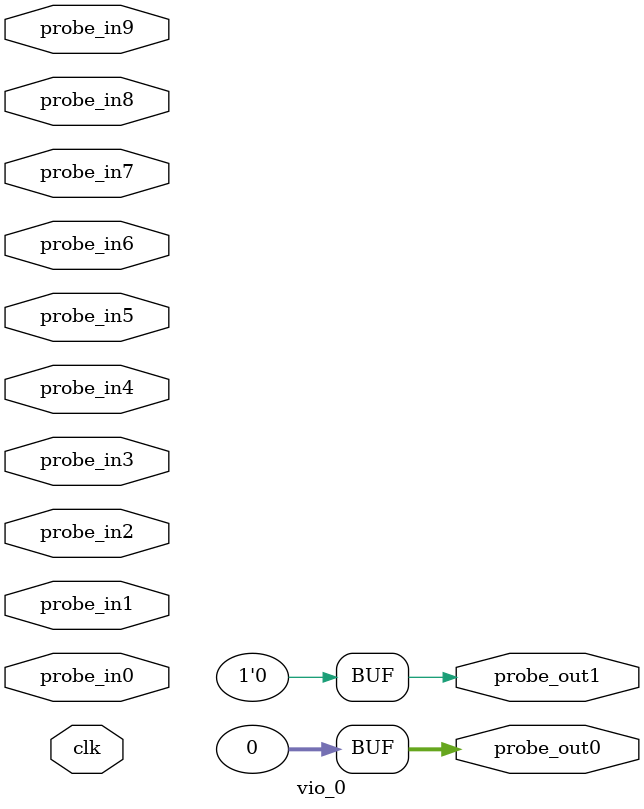
<source format=v>
`timescale 1ns / 1ps
module vio_0 (
clk,
probe_in0,probe_in1,probe_in2,probe_in3,probe_in4,probe_in5,probe_in6,probe_in7,probe_in8,probe_in9,
probe_out0,
probe_out1
);

input clk;
input [16 : 0] probe_in0;
input [16 : 0] probe_in1;
input [16 : 0] probe_in2;
input [15 : 0] probe_in3;
input [15 : 0] probe_in4;
input [0 : 0] probe_in5;
input [0 : 0] probe_in6;
input [15 : 0] probe_in7;
input [16 : 0] probe_in8;
input [5 : 0] probe_in9;

output reg [31 : 0] probe_out0 = 'h00000000 ;
output reg [0 : 0] probe_out1 = 'h0 ;


endmodule

</source>
